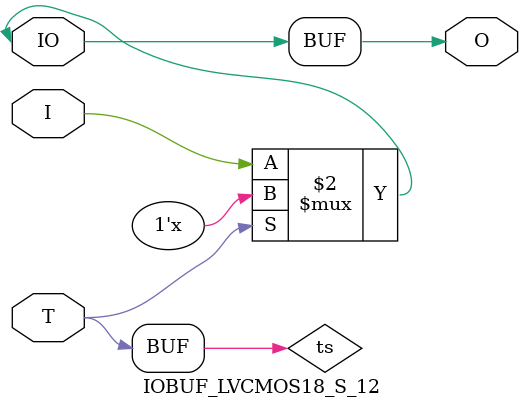
<source format=v>

/*

FUNCTION    : INPUT TRI-STATE OUTPUT BUFFER

*/

`celldefine
`timescale  100 ps / 10 ps

module IOBUF_LVCMOS18_S_12 (O, IO, I, T);

    output O;

    inout  IO;

    input  I, T;

    or O1 (ts, 1'b0, T);
    bufif0 T1 (IO, I, ts);

    buf B1 (O, IO);

endmodule

</source>
